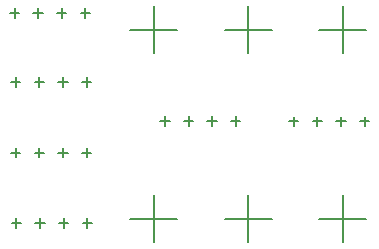
<source format=gbr>
G04*
G04 #@! TF.GenerationSoftware,Altium Limited,Altium Designer,23.0.1 (38)*
G04*
G04 Layer_Color=128*
%FSLAX25Y25*%
%MOIN*%
G70*
G04*
G04 #@! TF.SameCoordinates,383C52D0-4EDD-4C0E-AA1A-A67FCF8BFF30*
G04*
G04*
G04 #@! TF.FilePolarity,Positive*
G04*
G01*
G75*
%ADD11C,0.00500*%
D11*
X368110Y166929D02*
X371260D01*
X369685Y165354D02*
Y168504D01*
X375984Y166929D02*
X379134D01*
X377559Y165354D02*
Y168504D01*
X383858Y166929D02*
X387008D01*
X385433Y165354D02*
Y168504D01*
X391732Y166929D02*
X394882D01*
X393307Y165354D02*
Y168504D01*
X348799Y166937D02*
X351949D01*
X350374Y165362D02*
Y168512D01*
X340925Y166937D02*
X344075D01*
X342500Y165362D02*
Y168512D01*
X333051Y166937D02*
X336201D01*
X334626Y165362D02*
Y168512D01*
X325177Y166937D02*
X328327D01*
X326752Y165362D02*
Y168512D01*
X298673Y202937D02*
X301823D01*
X300248Y201362D02*
Y204512D01*
X290799Y202937D02*
X293949D01*
X292374Y201362D02*
Y204512D01*
X282925Y202937D02*
X286075D01*
X284500Y201362D02*
Y204512D01*
X275051Y202937D02*
X278201D01*
X276626Y201362D02*
Y204512D01*
X275429Y179937D02*
X278579D01*
X277004Y178362D02*
Y181512D01*
X283303Y179937D02*
X286453D01*
X284878Y178362D02*
Y181512D01*
X291177Y179937D02*
X294327D01*
X292752Y178362D02*
Y181512D01*
X299051Y179937D02*
X302201D01*
X300626Y178362D02*
Y181512D01*
X275429Y156437D02*
X278579D01*
X277004Y154862D02*
Y158012D01*
X283303Y156437D02*
X286453D01*
X284878Y154862D02*
Y158012D01*
X291177Y156437D02*
X294327D01*
X292752Y154862D02*
Y158012D01*
X299051Y156437D02*
X302201D01*
X300626Y154862D02*
Y158012D01*
X299299Y132937D02*
X302449D01*
X300874Y131362D02*
Y134512D01*
X291425Y132937D02*
X294575D01*
X293000Y131362D02*
Y134512D01*
X283551Y132937D02*
X286701D01*
X285126Y131362D02*
Y134512D01*
X275677Y132937D02*
X278827D01*
X277252Y131362D02*
Y134512D01*
X346689Y197437D02*
X362437D01*
X354563Y189563D02*
Y205311D01*
X378185Y197437D02*
X393933D01*
X386059Y189563D02*
Y205311D01*
X315193Y197437D02*
X330941D01*
X323067Y189563D02*
Y205311D01*
X315193Y134445D02*
X330941D01*
X323067Y126571D02*
Y142319D01*
X346689Y134445D02*
X362437D01*
X354563Y126571D02*
Y142319D01*
X378185Y134445D02*
X393933D01*
X386059Y126571D02*
Y142319D01*
M02*

</source>
